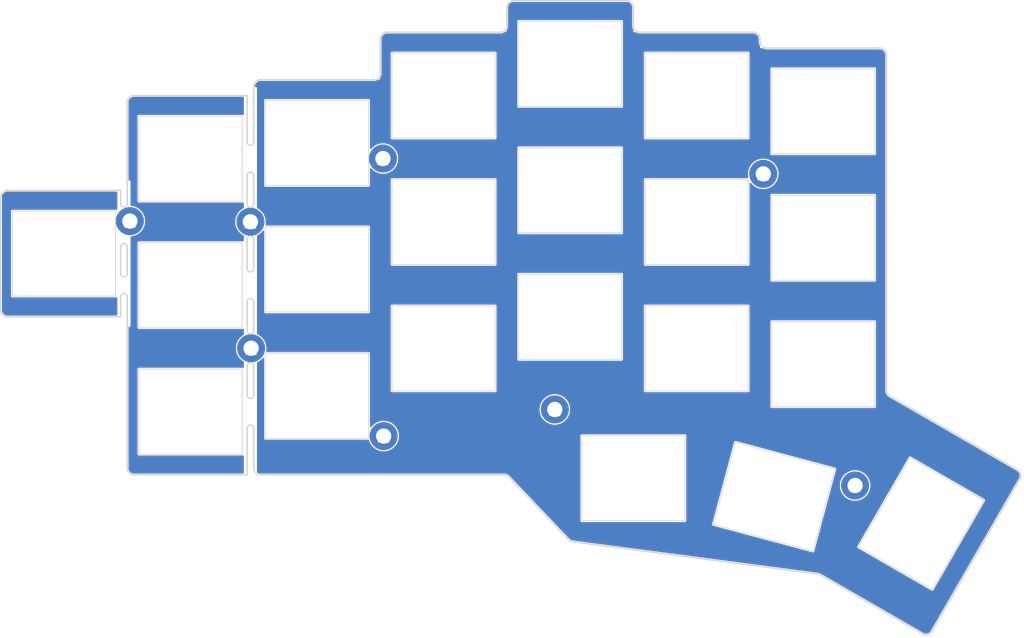
<source format=kicad_pcb>
(kicad_pcb (version 20211014) (generator pcbnew)
  (layers (0 "F.Cu" signal) (31 "B.Cu" signal) (34 "B.Paste" user) (35 "F.Paste" user) (36 "B.SilkS" user "B.Silkscreen") (37 "F.SilkS" user "F.Silkscreen") (38 "B.Mask" user) (39 "F.Mask" user) (44 "Edge.Cuts" user))
  (net 0 "")
  (footprint "kbd:SW_Hole_ALPS" (layer "F.Cu") (at 42.721463 76.099368)
    (fp_text reference "K18" hide)
    (fp_text value "KEYSW" hide)
    (fp_line (start 7.75 -6.4) (end -7.75 -6.4) (layer "Edge.Cuts") (width 0.12))
    (fp_line (start 7.75 6.4) (end 7.75 -6.4) (layer "Edge.Cuts") (width 0.12))
    (fp_line (start -7.75 6.4) (end 7.75 6.4) (layer "Edge.Cuts") (width 0.12))
    (fp_line (start -7.75 -6.4) (end -7.75 6.4) (layer "Edge.Cuts") (width 0.12))
  )
  (footprint "kbd:SW_Hole_ALPS" (layer "F.Cu") (at 118.721463 47.599367)
    (fp_text reference "K21" hide)
    (fp_text value "KEYSW" hide)
    (fp_line (start 7.75 -6.4) (end -7.75 -6.4) (layer "Edge.Cuts") (width 0.12))
    (fp_line (start 7.75 6.4) (end 7.75 -6.4) (layer "Edge.Cuts") (width 0.12))
    (fp_line (start -7.75 -6.4) (end -7.75 6.4) (layer "Edge.Cuts") (width 0.12))
    (fp_line (start -7.75 6.4) (end 7.75 6.4) (layer "Edge.Cuts") (width 0.12))
  )
  (footprint "kbd:SW_Hole_ALPS" (layer "F.Cu") (at 42.721463 57.099368)
    (fp_text reference "K14" hide)
    (fp_text value "KEYSW" hide)
    (fp_line (start -7.75 6.4) (end 7.75 6.4) (layer "Edge.Cuts") (width 0.12))
    (fp_line (start -7.75 -6.4) (end -7.75 6.4) (layer "Edge.Cuts") (width 0.12))
    (fp_line (start 7.75 -6.4) (end -7.75 -6.4) (layer "Edge.Cuts") (width 0.12))
    (fp_line (start 7.75 6.4) (end 7.75 -6.4) (layer "Edge.Cuts") (width 0.12))
  )
  (footprint "kbd:SW_Hole_ALPS" (layer "F.Cu") (at 61.721463 35.724368)
    (fp_text reference "K13" hide)
    (fp_text value "KEYSW" hide)
    (fp_line (start -7.75 6.4) (end 7.75 6.4) (layer "Edge.Cuts") (width 0.12))
    (fp_line (start -7.75 -6.4) (end -7.75 6.4) (layer "Edge.Cuts") (width 0.12))
    (fp_line (start 7.75 6.4) (end 7.75 -6.4) (layer "Edge.Cuts") (width 0.12))
    (fp_line (start 7.75 -6.4) (end -7.75 -6.4) (layer "Edge.Cuts") (width 0.12))
  )
  (footprint "kbd:SW_Hole_ALPS" (layer "F.Cu") (at 152.426296 92.925796 60)
    (fp_text reference "K22" hide)
    (fp_text value "KEYSW" hide)
    (fp_line (start 7.75 -6.4) (end -7.75 -6.4) (layer "Edge.Cuts") (width 0.12))
    (fp_line (start -7.75 -6.4) (end -7.75 6.4) (layer "Edge.Cuts") (width 0.12))
    (fp_line (start 7.75 6.4) (end 7.75 -6.4) (layer "Edge.Cuts") (width 0.12))
    (fp_line (start -7.75 6.4) (end 7.75 6.4) (layer "Edge.Cuts") (width 0.12))
  )
  (footprint "kbd:M2_Hole_TH" (layer "F.Cu") (at 128.721463 40.374367)
    (fp_text reference "H8" (at 0 0.5) (layer "F.SilkS"))
    (fp_text value "MountingHole")
    (pad "" thru_hole circle (at 0 0) (size 4.2 4.2) (drill 2.3) (layers *.Cu *.Mask))
  )
  (footprint "kbd:SW_Hole_ALPS" (layer "F.Cu") (at 80.721463 66.599368)
    (fp_text reference "K9" hide)
    (fp_text value "KEYSW" hide)
    (fp_line (start 7.75 6.4) (end 7.75 -6.4) (layer "Edge.Cuts") (width 0.12))
    (fp_line (start 7.75 -6.4) (end -7.75 -6.4) (layer "Edge.Cuts") (width 0.12))
    (fp_line (start -7.75 6.4) (end 7.75 6.4) (layer "Edge.Cuts") (width 0.12))
    (fp_line (start -7.75 -6.4) (end -7.75 6.4) (layer "Edge.Cuts") (width 0.12))
  )
  (footprint "kbd:M2_Hole_TH" (layer "F.Cu") (at 71.621463 38.074367)
    (fp_text reference "H4" (at 0 0.5) (layer "F.SilkS"))
    (fp_text value "MountingHole")
    (pad "" thru_hole circle (at 0 0) (size 4.2 4.2) (drill 2.3) (layers *.Cu *.Mask))
  )
  (footprint "kbd:SW_Hole_ALPS" (layer "F.Cu") (at 130.35654 88.881582 -15)
    (fp_text reference "K1" hide)
    (fp_text value "KEYSW" hide)
    (fp_line (start 7.75 6.4) (end 7.75 -6.4) (layer "Edge.Cuts") (width 0.12))
    (fp_line (start 7.75 -6.4) (end -7.75 -6.4) (layer "Edge.Cuts") (width 0.12))
    (fp_line (start -7.75 6.4) (end 7.75 6.4) (layer "Edge.Cuts") (width 0.12))
    (fp_line (start -7.75 -6.4) (end -7.75 6.4) (layer "Edge.Cuts") (width 0.12))
  )
  (footprint "kbd:SW_Hole_ALPS" (layer "F.Cu") (at 99.721463 23.849368)
    (fp_text reference "K11" hide)
    (fp_text value "KEYSW" hide)
    (fp_line (start 7.75 6.4) (end 7.75 -6.4) (layer "Edge.Cuts") (width 0.12))
    (fp_line (start 7.75 -6.4) (end -7.75 -6.4) (layer "Edge.Cuts") (width 0.12))
    (fp_line (start -7.75 -6.4) (end -7.75 6.4) (layer "Edge.Cuts") (width 0.12))
    (fp_line (start -7.75 6.4) (end 7.75 6.4) (layer "Edge.Cuts") (width 0.12))
  )
  (footprint "kbd:M2_Hole_TH" (layer "F.Cu") (at 51.821463 66.574367)
    (fp_text reference "H2" (at 0 0.5) (layer "F.SilkS"))
    (fp_text value "MountingHole")
    (pad "" thru_hole circle (at 0 0) (size 4.2 4.2) (drill 2.3) (layers *.Cu *.Mask))
  )
  (footprint "kbd:SW_Hole_ALPS" (layer "F.Cu") (at 42.721463 38.099368)
    (fp_text reference "K7" hide)
    (fp_text value "KEYSW" hide)
    (fp_line (start -7.75 -6.4) (end -7.75 6.4) (layer "Edge.Cuts") (width 0.12))
    (fp_line (start 7.75 -6.4) (end -7.75 -6.4) (layer "Edge.Cuts") (width 0.12))
    (fp_line (start -7.75 6.4) (end 7.75 6.4) (layer "Edge.Cuts") (width 0.12))
    (fp_line (start 7.75 6.4) (end 7.75 -6.4) (layer "Edge.Cuts") (width 0.12))
  )
  (footprint "kbd:SW_Hole_ALPS" (layer "F.Cu") (at 118.721463 66.599367)
    (fp_text reference "K12" hide)
    (fp_text value "KEYSW" hide)
    (fp_line (start 7.75 6.4) (end 7.75 -6.4) (layer "Edge.Cuts") (width 0.12))
    (fp_line (start -7.75 6.4) (end 7.75 6.4) (layer "Edge.Cuts") (width 0.12))
    (fp_line (start -7.75 -6.4) (end -7.75 6.4) (layer "Edge.Cuts") (width 0.12))
    (fp_line (start 7.75 -6.4) (end -7.75 -6.4) (layer "Edge.Cuts") (width 0.12))
  )
  (footprint "kbd:M2_Hole_TH" (layer "F.Cu") (at 33.621463 47.474367)
    (fp_text reference "H3" (at 0 0.5) (layer "F.SilkS"))
    (fp_text value "MountingHole")
    (pad "" thru_hole circle (at 0 0) (size 4.2 4.2) (drill 2.3) (layers *.Cu *.Mask))
  )
  (footprint "kbd:M2_Hole_TH" (layer "F.Cu") (at 51.721463 47.574367)
    (fp_text reference "H1" (at 0 0.5) (layer "F.SilkS"))
    (fp_text value "MountingHole")
    (pad "" thru_hole circle (at 0 0) (size 4.2 4.2) (drill 2.3) (layers *.Cu *.Mask))
  )
  (footprint "kbd:SW_Hole_ALPS" (layer "F.Cu") (at 118.721463 28.599367)
    (fp_text reference "K16" hide)
    (fp_text value "KEYSW" hide)
    (fp_line (start -7.75 6.4) (end 7.75 6.4) (layer "Edge.Cuts") (width 0.12))
    (fp_line (start 7.75 6.4) (end 7.75 -6.4) (layer "Edge.Cuts") (width 0.12))
    (fp_line (start -7.75 -6.4) (end -7.75 6.4) (layer "Edge.Cuts") (width 0.12))
    (fp_line (start 7.75 -6.4) (end -7.75 -6.4) (layer "Edge.Cuts") (width 0.12))
  )
  (footprint "kbd:SW_Hole_ALPS" (layer "F.Cu") (at 80.721463 47.599368)
    (fp_text reference "K6" hide)
    (fp_text value "KEYSW" hide)
    (fp_line (start 7.75 -6.4) (end -7.75 -6.4) (layer "Edge.Cuts") (width 0.12))
    (fp_line (start 7.75 6.4) (end 7.75 -6.4) (layer "Edge.Cuts") (width 0.12))
    (fp_line (start -7.75 -6.4) (end -7.75 6.4) (layer "Edge.Cuts") (width 0.12))
    (fp_line (start -7.75 6.4) (end 7.75 6.4) (layer "Edge.Cuts") (width 0.12))
  )
  (footprint "kbd:M2_Hole_TH" (layer "F.Cu") (at 97.421463 75.774367)
    (fp_text reference "H6" (at 0 0.5) (layer "F.SilkS"))
    (fp_text value "MountingHole")
    (pad "" thru_hole circle (at 0 0) (size 4.2 4.2) (drill 2.3) (layers *.Cu *.Mask))
  )
  (footprint "kbd:SW_Hole_ALPS" (layer "F.Cu") (at 109.221463 86.099097)
    (fp_text reference "K5" hide)
    (fp_text value "KEYSW" hide)
    (fp_line (start 7.75 6.4) (end 7.75 -6.4) (layer "Edge.Cuts") (width 0.12))
    (fp_line (start 7.75 -6.4) (end -7.75 -6.4) (layer "Edge.Cuts") (width 0.12))
    (fp_line (start -7.75 -6.4) (end -7.75 6.4) (layer "Edge.Cuts") (width 0.12))
    (fp_line (start -7.75 6.4) (end 7.75 6.4) (layer "Edge.Cuts") (width 0.12))
  )
  (footprint "kbd:SW_Hole_ALPS" (layer "F.Cu") (at 137.721463 49.974367)
    (fp_text reference "K3" hide)
    (fp_text value "KEYSW" hide)
    (fp_line (start 7.75 6.4) (end 7.75 -6.4) (layer "Edge.Cuts") (width 0.12))
    (fp_line (start -7.75 -6.4) (end -7.75 6.4) (layer "Edge.Cuts") (width 0.12))
    (fp_line (start -7.75 6.4) (end 7.75 6.4) (layer "Edge.Cuts") (width 0.12))
    (fp_line (start 7.75 -6.4) (end -7.75 -6.4) (layer "Edge.Cuts") (width 0.12))
  )
  (footprint "kbd:SW_Hole_ALPS" (layer "F.Cu") (at 23.721464 52.349367)
    (fp_text reference "K10" hide)
    (fp_text value "KEYSW" hide)
    (fp_line (start -7.75 -6.4) (end -7.75 6.4) (layer "Edge.Cuts") (width 0.12))
    (fp_line (start -7.75 6.4) (end 7.75 6.4) (layer "Edge.Cuts") (width 0.12))
    (fp_line (start 7.75 6.4) (end 7.75 -6.4) (layer "Edge.Cuts") (width 0.12))
    (fp_line (start 7.75 -6.4) (end -7.75 -6.4) (layer "Edge.Cuts") (width 0.12))
  )
  (footprint "kbd:SW_Hole_ALPS" (layer "F.Cu") (at 99.721463 42.849368)
    (fp_text reference "K19" hide)
    (fp_text value "KEYSW" hide)
    (fp_line (start -7.75 6.4) (end 7.75 6.4) (layer "Edge.Cuts") (width 0.12))
    (fp_line (start 7.75 6.4) (end 7.75 -6.4) (layer "Edge.Cuts") (width 0.12))
    (fp_line (start -7.75 -6.4) (end -7.75 6.4) (layer "Edge.Cuts") (width 0.12))
    (fp_line (start 7.75 -6.4) (end -7.75 -6.4) (layer "Edge.Cuts") (width 0.12))
  )
  (footprint "kbd:SW_Hole_ALPS" (layer "F.Cu") (at 61.721463 73.724368)
    (fp_text reference "K8" hide)
    (fp_text value "KEYSW" hide)
    (fp_line (start -7.75 6.4) (end 7.75 6.4) (layer "Edge.Cuts") (width 0.12))
    (fp_line (start 7.75 -6.4) (end -7.75 -6.4) (layer "Edge.Cuts") (width 0.12))
    (fp_line (start 7.75 6.4) (end 7.75 -6.4) (layer "Edge.Cuts") (width 0.12))
    (fp_line (start -7.75 -6.4) (end -7.75 6.4) (layer "Edge.Cuts") (width 0.12))
  )
  (footprint "kbd:M2_Hole_TH" (layer "F.Cu") (at 71.721463 79.774367)
    (fp_text reference "H5" (at 0 0.5) (layer "F.SilkS"))
    (fp_text value "MountingHole")
    (pad "" thru_hole circle (at 0 0) (size 4.2 4.2) (drill 2.3) (layers *.Cu *.Mask))
  )
  (footprint "kbd:SW_Hole_ALPS" (layer "F.Cu") (at 137.721463 30.974367)
    (fp_text reference "K4" hide)
    (fp_text value "KEYSW" hide)
    (fp_line (start 7.75 6.4) (end 7.75 -6.4) (layer "Edge.Cuts") (width 0.12))
    (fp_line (start -7.75 6.4) (end 7.75 6.4) (layer "Edge.Cuts") (width 0.12))
    (fp_line (start 7.75 -6.4) (end -7.75 -6.4) (layer "Edge.Cuts") (width 0.12))
    (fp_line (start -7.75 -6.4) (end -7.75 6.4) (layer "Edge.Cuts") (width 0.12))
  )
  (footprint "kbd:SW_Hole_ALPS" (layer "F.Cu") (at 137.721463 68.974367)
    (fp_text reference "K2" hide)
    (fp_text value "KEYSW" hide)
    (fp_line (start -7.75 6.4) (end 7.75 6.4) (layer "Edge.Cuts") (width 0.12))
    (fp_line (start -7.75 -6.4) (end -7.75 6.4) (layer "Edge.Cuts") (width 0.12))
    (fp_line (start 7.75 -6.4) (end -7.75 -6.4) (layer "Edge.Cuts") (width 0.12))
    (fp_line (start 7.75 6.4) (end 7.75 -6.4) (layer "Edge.Cuts") (width 0.12))
  )
  (footprint "kbd:SW_Hole_ALPS" (layer "F.Cu") (at 99.721463 61.849368)
    (fp_text reference "K15" hide)
    (fp_text value "KEYSW" hide)
    (fp_line (start -7.75 6.4) (end 7.75 6.4) (layer "Edge.Cuts") (width 0.12))
    (fp_line (start 7.75 -6.4) (end -7.75 -6.4) (layer "Edge.Cuts") (width 0.12))
    (fp_line (start 7.75 6.4) (end 7.75 -6.4) (layer "Edge.Cuts") (width 0.12))
    (fp_line (start -7.75 -6.4) (end -7.75 6.4) (layer "Edge.Cuts") (width 0.12))
  )
  (footprint "kbd:M2_Hole_TH" (layer "F.Cu") (at 142.507505 87.19918)
    (fp_text reference "H9" (at 0 0.5) (layer "F.SilkS"))
    (fp_text value "MountingHole")
    (pad "" thru_hole circle (at 0 0) (size 4.2 4.2) (drill 2.3) (layers *.Cu *.Mask))
  )
  (footprint "kbd:SW_Hole_ALPS" (layer "F.Cu") (at 61.721463 54.724368)
    (fp_text reference "K17" hide)
    (fp_text value "KEYSW" hide)
    (fp_line (start -7.75 6.4) (end 7.75 6.4) (layer "Edge.Cuts") (width 0.12))
    (fp_line (start 7.75 6.4) (end 7.75 -6.4) (layer "Edge.Cuts") (width 0.12))
    (fp_line (start 7.75 -6.4) (end -7.75 -6.4) (layer "Edge.Cuts") (width 0.12))
    (fp_line (start -7.75 -6.4) (end -7.75 6.4) (layer "Edge.Cuts") (width 0.12))
  )
  (footprint "kbd:SW_Hole_ALPS" (layer "F.Cu") (at 80.721463 28.599368)
    (fp_text reference "K20" hide)
    (fp_text value "KEYSW" hide)
    (fp_line (start -7.75 6.4) (end 7.75 6.4) (layer "Edge.Cuts") (width 0.12))
    (fp_line (start 7.75 -6.4) (end -7.75 -6.4) (layer "Edge.Cuts") (width 0.12))
    (fp_line (start 7.75 6.4) (end 7.75 -6.4) (layer "Edge.Cuts") (width 0.12))
    (fp_line (start -7.75 -6.4) (end -7.75 6.4) (layer "Edge.Cuts") (width 0.12))
  )
  (gr_arc (start 89.796623 85.599367) (mid 90.187009 85.679623) (end 90.514076 85.907372) (layer "Edge.Cuts") (width 0.2))
  (gr_arc (start 166.912511 84.834934) (mid 167.378437 85.442141) (end 167.278537 86.20096) (layer "Edge.Cuts") (width 0.2))
  (gr_line (start 52.22149 63.924327) (end 52.221491 59.599327) (layer "Edge.Cuts") (width 0.2))
  (gr_arc (start 51.221463 59.599366) (mid 51.721463 59.099366) (end 52.221463 59.599366) (layer "Edge.Cuts") (width 0.2))
  (gr_arc (start 90.221463 18.099368) (mid 89.92857 18.806475) (end 89.221463 19.099368) (layer "Edge.Cuts") (width 0.2))
  (gr_line (start 15.221464 42.849368) (end 32.221465 42.849368) (layer "Edge.Cuts") (width 0.2))
  (gr_line (start 32.221464 51.349368) (end 32.221464 55.349368) (layer "Edge.Cuts") (width 0.2))
  (gr_line (start 52.221463 35.599367) (end 52.221463 27.224367) (layer "Edge.Cuts") (width 0.2))
  (gr_line (start 99.480311 95.345258) (end 90.514076 85.907372) (layer "Edge.Cuts") (width 0.2))
  (gr_arc (start 51.221463 40.599367) (mid 51.721463 40.099367) (end 52.221463 40.599367) (layer "Edge.Cuts") (width 0.2))
  (gr_line (start 147.721463 73.754978) (end 166.912511 84.834934) (layer "Edge.Cuts") (width 0.2))
  (gr_line (start 147.221463 22.474368) (end 147.221463 72.888952) (layer "Edge.Cuts") (width 0.2))
  (gr_arc (start 33.221463 55.349368) (mid 32.721463 55.849368) (end 32.221463 55.349368) (layer "Edge.Cuts") (width 0.2))
  (gr_line (start 51.221463 28.599368) (end 51.221463 35.599367) (layer "Edge.Cuts") (width 0.2))
  (gr_line (start 32.221464 42.849368) (end 32.221464 44.849368) (layer "Edge.Cuts") (width 0.2))
  (gr_arc (start 51.22149 50.224327) (mid 51.72149 49.724327) (end 52.22149 50.224327) (layer "Edge.Cuts") (width 0.2))
  (gr_arc (start 52.22149 44.924327) (mid 51.72149 45.424327) (end 51.22149 44.924327) (layer "Edge.Cuts") (width 0.2))
  (gr_arc (start 71.221463 25.224368) (mid 70.92857 25.931475) (end 70.221463 26.224368) (layer "Edge.Cuts") (width 0.2))
  (gr_arc (start 52.221463 73.599366) (mid 51.721463 74.099366) (end 51.221463 73.599366) (layer "Edge.Cuts") (width 0.2))
  (gr_line (start 52.221463 84.599366) (end 52.221463 78.599366) (layer "Edge.Cuts") (width 0.2))
  (gr_arc (start 53.221463 85.599366) (mid 52.514356 85.306473) (end 52.221463 84.599366) (layer "Edge.Cuts") (width 0.2))
  (gr_line (start 71.221463 25.224368) (end 71.221463 20.099368) (layer "Edge.Cuts") (width 0.2))
  (gr_arc (start 146.221463 21.474368) (mid 146.92857 21.767261) (end 147.221463 22.474368) (layer "Edge.Cuts") (width 0.2))
  (gr_arc (start 108.221463 14.349368) (mid 108.92857 14.642261) (end 109.221463 15.349368) (layer "Edge.Cuts") (width 0.2))
  (gr_line (start 110.221463 19.099367) (end 127.221463 19.099367) (layer "Edge.Cuts") (width 0.2))
  (gr_line (start 89.796623 85.599366) (end 53.221463 85.599366) (layer "Edge.Cuts") (width 0.2))
  (gr_line (start 152.662511 109.516658) (end 137.244527 100.615081) (layer "Edge.Cuts") (width 0.2))
  (gr_arc (start 110.221462 19.099368) (mid 109.514356 18.806474) (end 109.221463 18.099367) (layer "Edge.Cuts") (width 0.2))
  (gr_line (start 33.221463 84.609762) (end 33.221464 58.849368) (layer "Edge.Cuts") (width 0.2))
  (gr_arc (start 52.221463 54.599366) (mid 51.721463 55.099366) (end 51.221463 54.599366) (layer "Edge.Cuts") (width 0.2))
  (gr_arc (start 51.221463 78.599366) (mid 51.721463 78.099366) (end 52.221463 78.599366) (layer "Edge.Cuts") (width 0.2))
  (gr_arc (start 33.221464 44.849368) (mid 32.721464 45.349368) (end 32.221464 44.849368) (layer "Edge.Cuts") (width 0.2))
  (gr_line (start 51.221463 78.599366) (end 51.221463 85.599366) (layer "Edge.Cuts") (width 0.2))
  (gr_arc (start 34.211068 85.599367) (mid 33.511312 85.309518) (end 33.221463 84.609762) (layer "Edge.Cuts") (width 0.2))
  (gr_line (start 51.221491 40.599328) (end 51.22149 44.924327) (layer "Edge.Cuts") (width 0.2))
  (gr_line (start 51.22149 63.924327) (end 51.221491 59.599327) (layer "Edge.Cuts") (width 0.2))
  (gr_line (start 51.221463 85.599366) (end 34.211068 85.599366) (layer "Edge.Cuts") (width 0.2))
  (gr_arc (start 52.221463 27.224368) (mid 52.514356 26.517261) (end 53.221463 26.224368) (layer "Edge.Cuts") (width 0.2))
  (gr_line (start 53.221463 26.224368) (end 70.221463 26.224368) (layer "Edge.Cuts") (width 0.2))
  (gr_line (start 14.221465 60.849368) (end 14.221465 43.849369) (layer "Edge.Cuts") (width 0.2))
  (gr_arc (start 15.221464 61.849367) (mid 14.514358 61.556474) (end 14.221465 60.849368) (layer "Edge.Cuts") (width 0.2))
  (gr_arc (start 14.221465 43.849369) (mid 14.514358 43.142262) (end 15.221464 42.849368) (layer "Edge.Cuts") (width 0.2))
  (gr_line (start 32.221464 58.849368) (end 32.221464 61.849368) (layer "Edge.Cuts") (width 0.2))
  (gr_arc (start 129.221463 21.474367) (mid 128.514356 21.181474) (end 128.221463 20.474367) (layer "Edge.Cuts") (width 0.2))
  (gr_line (start 51.221491 54.599327) (end 51.22149 50.224327) (layer "Edge.Cuts") (width 0.2))
  (gr_arc (start 90.221463 15.349368) (mid 90.514356 14.642261) (end 91.221463 14.349368) (layer "Edge.Cuts") (width 0.2))
  (gr_arc (start 127.221463 19.099367) (mid 127.92857 19.39226) (end 128.221463 20.099367) (layer "Edge.Cuts") (width 0.2))
  (gr_arc (start 100.068595 95.644797) (mid 99.748739 95.545528) (end 99.480311 95.345258) (layer "Edge.Cuts") (width 0.2))
  (gr_line (start 136.878894 100.490965) (end 100.068595 95.644797) (layer "Edge.Cuts") (width 0.2))
  (gr_line (start 33.221464 44.849368) (end 33.221464 29.599368) (layer "Edge.Cuts") (width 0.2))
  (gr_line (start 33.221463 55.349368) (end 33.221463 51.349368) (layer "Edge.Cuts") (width 0.2))
  (gr_line (start 109.221463 15.349368) (end 109.221463 18.099367) (layer "Edge.Cuts") (width 0.2))
  (gr_line (start 128.221463 20.099367) (end 128.221463 20.474367) (layer "Edge.Cuts") (width 0.2))
  (gr_arc (start 33.221464 29.599368) (mid 33.514357 28.892261) (end 34.221464 28.599368) (layer "Edge.Cuts") (width 0.2))
  (gr_line (start 129.221463 21.474367) (end 146.221463 21.474368) (layer "Edge.Cuts") (width 0.2))
  (gr_line (start 167.278537 86.20096) (end 154.028537 109.150633) (layer "Edge.Cuts") (width 0.2))
  (gr_line (start 52.221491 40.599328) (end 52.22149 44.924327) (layer "Edge.Cuts") (width 0.2))
  (gr_arc (start 52.221463 35.599367) (mid 51.721463 36.099367) (end 51.221463 35.599367) (layer "Edge.Cuts") (width 0.2))
  (gr_arc (start 51.22149 69.224327) (mid 51.72149 68.724327) (end 52.22149 69.224327) (layer "Edge.Cuts") (width 0.2))
  (gr_arc (start 136.878894 100.490965) (mid 137.067823 100.535017) (end 137.244527 100.615081) (layer "Edge.Cuts") (width 0.2))
  (gr_arc (start 147.721463 73.754977) (mid 147.355438 73.388952) (end 147.221463 72.888952) (layer "Edge.Cuts") (width 0.2))
  (gr_arc (start 32.221462 51.349368) (mid 32.721462 50.849368) (end 33.221462 51.349368) (layer "Edge.Cuts") (width 0.2))
  (gr_line (start 52.221491 73.599327) (end 52.22149 69.224327) (layer "Edge.Cuts") (width 0.2))
  (gr_arc (start 32.221464 58.849368) (mid 32.721464 58.349368) (end 33.221464 58.849368) (layer "Edge.Cuts") (width 0.2))
  (gr_arc (start 71.221462 20.099368) (mid 71.514356 19.392261) (end 72.221463 19.099367) (layer "Edge.Cuts") (width 0.2))
  (gr_line (start 90.221463 18.099368) (end 90.221463 15.349368) (layer "Edge.Cuts") (width 0.2))
  (gr_line (start 52.221491 54.599327) (end 52.22149 50.224327) (layer "Edge.Cuts") (width 0.2))
  (gr_line (start 32.221464 61.849368) (end 15.221464 61.849368) (layer "Edge.Cuts") (width 0.2))
  (gr_line (start 51.22149 69.224327) (end 51.221491 73.599327) (layer "Edge.Cuts") (width 0.2))
  (gr_line (start 91.221463 14.349368) (end 108.221463 14.349368) (layer "Edge.Cuts") (width 0.2))
  (gr_line (start 72.221463 19.099367) (end 89.221463 19.099368) (layer "Edge.Cuts") (width 0.2))
  (gr_arc (start 154.028536 109.150633) (mid 153.42133 109.616559) (end 152.662511 109.516658) (layer "Edge.Cuts") (width 0.2))
  (gr_arc (start 52.22149 63.924327) (mid 51.72149 64.424327) (end 51.22149 63.924327) (layer "Edge.Cuts") (width 0.2))
  (gr_line (start 34.221464 28.599368) (end 51.221463 28.599368) (layer "Edge.Cuts") (width 0.2))
  (zone (net 0) (net_name "") (layers F&B.Cu) (priority 1) (connect_pads (clearance 0.2)) (min_thickness 0.25) (fill yes (thermal_gap 0.5) (thermal_bridge_width 0.5))
    (polygon (pts (xy 109.221463 19.104952) (xy 128.221463 19.104952) (xy 128.221463 21.504952) (xy 147.221463 21.504952) (xy 147.221463 23.804952) (xy 147.721464 73.349367) (xy 167.821463 85.204952) (xy 153.421463 109.904952) (xy 137.021463 100.504952) (xy 99.721463 95.504952) (xy 90.121463 85.504952) (xy 33.221463 85.604952) (xy 33.221463 61.804952) (xy 14.121463 61.804952) (xy 14.221463 42.904952) (xy 33.221463 42.804952) (xy 33.221463 28.504952) (xy 52.221463 28.504952) (xy 52.221463 26.204952) (xy 71.221463 26.204952) (xy 71.221463 19.004952) (xy 90.221463 19.004952) (xy 90.221463 14.304952) (xy 109.221463 14.304952)))
  )
  (zone (net 0) (net_name "") (layers F&B.Cu) (connect_pads (clearance 0)) (min_thickness 0.254)
    (keepout (tracks not_allowed) (vias not_allowed) (pads not_allowed) (copperpour not_allowed) (footprints allowed))
    (fill (thermal_gap 0.508) (thermal_bridge_width 0.508))
    (polygon (pts (xy 52.721463 86.099367) (xy 50.721463 86.099367) (xy 50.721463 27.349367) (xy 52.721463 27.349367)))
  )
  (zone (net 0) (net_name "") (layers F&B.Cu) (connect_pads (clearance 0)) (min_thickness 0.254)
    (keepout (tracks not_allowed) (vias not_allowed) (pads not_allowed) (copperpour not_allowed) (footprints allowed))
    (fill (thermal_gap 0.508) (thermal_bridge_width 0.508))
    (polygon (pts (xy 33.721463 63.349367) (xy 31.721463 63.349367) (xy 31.721463 41.849367) (xy 33.721463 41.349367)))
  )
)
</source>
